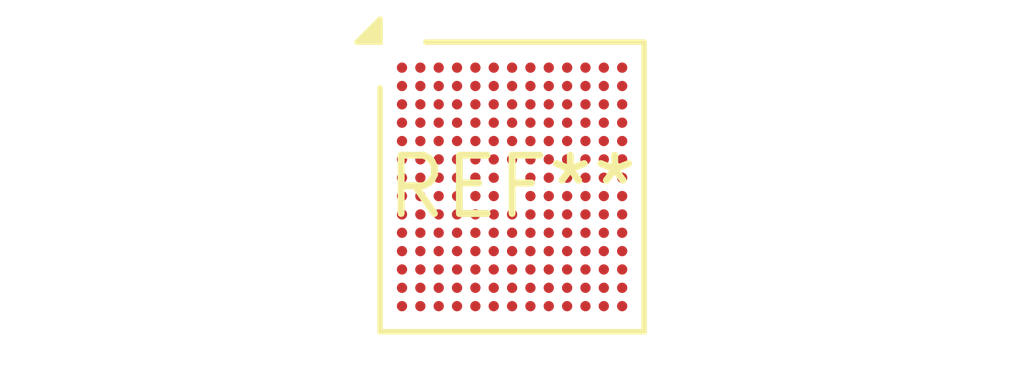
<source format=kicad_pcb>
(kicad_pcb (version 20240108) (generator pcbnew)
  (layers (0 "F.Cu" signal) (31 "B.Cu" signal) (34 "B.Paste" user) (35 "F.Paste" user) (36 "B.SilkS" user "B.Silkscreen") (37 "F.SilkS" user "F.Silkscreen") (38 "B.Mask" user) (39 "F.Mask" user) (44 "Edge.Cuts" user))
  (net 0 "")
  (footprint "ST_WLCSP-180_Die451" (layer "F.Cu") (at 0 0)
    (property "Reference" "REF**")
    (property "Value" "ST_WLCSP-180_Die451")
    (fp_line (start -2.8785 3.1575) (end -2.8785 -2.1575) (layer "F.SilkS") (stroke (width 0.12)))
    (fp_line (start -1.8785 -3.1575) (end 2.8785 -3.1575) (layer "F.SilkS") (stroke (width 0.12)))
    (fp_line (start 2.8785 -3.1575) (end 2.8785 3.1575) (layer "F.SilkS") (stroke (width 0.12)))
    (fp_line (start 2.8785 3.1575) (end -2.8785 3.1575) (layer "F.SilkS") (stroke (width 0.12)))
    (fp_poly (pts (xy -2.8785 -3.1575) (xy -3.3785 -3.1575) (xy -2.8785 -3.6575) (xy -2.8785 -3.1575)) (layer "F.SilkS") (stroke (width 0.12)) (fill solid))
    (pad "A1" smd circle (at -2.4 -2.6) (size 0.225 0.225) (property pad_prop_bga) (layers "F.Cu" "F.Paste" "F.Mask"))
    (pad "A2" smd circle (at -2 -2.6) (size 0.225 0.225) (property pad_prop_bga) (layers "F.Cu" "F.Paste" "F.Mask"))
    (pad "A3" smd circle (at -1.6 -2.6) (size 0.225 0.225) (property pad_prop_bga) (layers "F.Cu" "F.Paste" "F.Mask"))
    (pad "A4" smd circle (at -1.2 -2.6) (size 0.225 0.225) (property pad_prop_bga) (layers "F.Cu" "F.Paste" "F.Mask"))
    (pad "A5" smd circle (at -0.8 -2.6) (size 0.225 0.225) (property pad_prop_bga) (layers "F.Cu" "F.Paste" "F.Mask"))
    (pad "A6" smd circle (at -0.4 -2.6) (size 0.225 0.225) (property pad_prop_bga) (layers "F.Cu" "F.Paste" "F.Mask"))
    (pad "A7" smd circle (at 0 -2.6) (size 0.225 0.225) (property pad_prop_bga) (layers "F.Cu" "F.Paste" "F.Mask"))
    (pad "A8" smd circle (at 0.4 -2.6) (size 0.225 0.225) (property pad_prop_bga) (layers "F.Cu" "F.Paste" "F.Mask"))
    (pad "A9" smd circle (at 0.8 -2.6) (size 0.225 0.225) (property pad_prop_bga) (layers "F.Cu" "F.Paste" "F.Mask"))
    (pad "A10" smd circle (at 1.2 -2.6) (size 0.225 0.225) (property pad_prop_bga) (layers "F.Cu" "F.Paste" "F.Mask"))
    (pad "A11" smd circle (at 1.6 -2.6) (size 0.225 0.225) (property pad_prop_bga) (layers "F.Cu" "F.Paste" "F.Mask"))
    (pad "A12" smd circle (at 2 -2.6) (size 0.225 0.225) (property pad_prop_bga) (layers "F.Cu" "F.Paste" "F.Mask"))
    (pad "A13" smd circle (at 2.4 -2.6) (size 0.225 0.225) (property pad_prop_bga) (layers "F.Cu" "F.Paste" "F.Mask"))
    (pad "B1" smd circle (at -2.4 -2.2) (size 0.225 0.225) (property pad_prop_bga) (layers "F.Cu" "F.Paste" "F.Mask"))
    (pad "B2" smd circle (at -2 -2.2) (size 0.225 0.225) (property pad_prop_bga) (layers "F.Cu" "F.Paste" "F.Mask"))
    (pad "B3" smd circle (at -1.6 -2.2) (size 0.225 0.225) (property pad_prop_bga) (layers "F.Cu" "F.Paste" "F.Mask"))
    (pad "B4" smd circle (at -1.2 -2.2) (size 0.225 0.225) (property pad_prop_bga) (layers "F.Cu" "F.Paste" "F.Mask"))
    (pad "B5" smd circle (at -0.8 -2.2) (size 0.225 0.225) (property pad_prop_bga) (layers "F.Cu" "F.Paste" "F.Mask"))
    (pad "B6" smd circle (at -0.4 -2.2) (size 0.225 0.225) (property pad_prop_bga) (layers "F.Cu" "F.Paste" "F.Mask"))
    (pad "B7" smd circle (at 0 -2.2) (size 0.225 0.225) (property pad_prop_bga) (layers "F.Cu" "F.Paste" "F.Mask"))
    (pad "B8" smd circle (at 0.4 -2.2) (size 0.225 0.225) (property pad_prop_bga) (layers "F.Cu" "F.Paste" "F.Mask"))
    (pad "B9" smd circle (at 0.8 -2.2) (size 0.225 0.225) (property pad_prop_bga) (layers "F.Cu" "F.Paste" "F.Mask"))
    (pad "B10" smd circle (at 1.2 -2.2) (size 0.225 0.225) (property pad_prop_bga) (layers "F.Cu" "F.Paste" "F.Mask"))
    (pad "B11" smd circle (at 1.6 -2.2) (size 0.225 0.225) (property pad_prop_bga) (layers "F.Cu" "F.Paste" "F.Mask"))
    (pad "B12" smd circle (at 2 -2.2) (size 0.225 0.225) (property pad_prop_bga) (layers "F.Cu" "F.Paste" "F.Mask"))
    (pad "B13" smd circle (at 2.4 -2.2) (size 0.225 0.225) (property pad_prop_bga) (layers "F.Cu" "F.Paste" "F.Mask"))
    (pad "C1" smd circle (at -2.4 -1.8) (size 0.225 0.225) (property pad_prop_bga) (layers "F.Cu" "F.Paste" "F.Mask"))
    (pad "C2" smd circle (at -2 -1.8) (size 0.225 0.225) (property pad_prop_bga) (layers "F.Cu" "F.Paste" "F.Mask"))
    (pad "C3" smd circle (at -1.6 -1.8) (size 0.225 0.225) (property pad_prop_bga) (layers "F.Cu" "F.Paste" "F.Mask"))
    (pad "C4" smd circle (at -1.2 -1.8) (size 0.225 0.225) (property pad_prop_bga) (layers "F.Cu" "F.Paste" "F.Mask"))
    (pad "C5" smd circle (at -0.8 -1.8) (size 0.225 0.225) (property pad_prop_bga) (layers "F.Cu" "F.Paste" "F.Mask"))
    (pad "C6" smd circle (at -0.4 -1.8) (size 0.225 0.225) (property pad_prop_bga) (layers "F.Cu" "F.Paste" "F.Mask"))
    (pad "C7" smd circle (at 0 -1.8) (size 0.225 0.225) (property pad_prop_bga) (layers "F.Cu" "F.Paste" "F.Mask"))
    (pad "C8" smd circle (at 0.4 -1.8) (size 0.225 0.225) (property pad_prop_bga) (layers "F.Cu" "F.Paste" "F.Mask"))
    (pad "C9" smd circle (at 0.8 -1.8) (size 0.225 0.225) (property pad_prop_bga) (layers "F.Cu" "F.Paste" "F.Mask"))
    (pad "C10" smd circle (at 1.2 -1.8) (size 0.225 0.225) (property pad_prop_bga) (layers "F.Cu" "F.Paste" "F.Mask"))
    (pad "C11" smd circle (at 1.6 -1.8) (size 0.225 0.225) (property pad_prop_bga) (layers "F.Cu" "F.Paste" "F.Mask"))
    (pad "C12" smd circle (at 2 -1.8) (size 0.225 0.225) (property pad_prop_bga) (layers "F.Cu" "F.Paste" "F.Mask"))
    (pad "C13" smd circle (at 2.4 -1.8) (size 0.225 0.225) (property pad_prop_bga) (layers "F.Cu" "F.Paste" "F.Mask"))
    (pad "D1" smd circle (at -2.4 -1.4) (size 0.225 0.225) (property pad_prop_bga) (layers "F.Cu" "F.Paste" "F.Mask"))
    (pad "D2" smd circle (at -2 -1.4) (size 0.225 0.225) (property pad_prop_bga) (layers "F.Cu" "F.Paste" "F.Mask"))
    (pad "D3" smd circle (at -1.6 -1.4) (size 0.225 0.225) (property pad_prop_bga) (layers "F.Cu" "F.Paste" "F.Mask"))
    (pad "D4" smd circle (at -1.2 -1.4) (size 0.225 0.225) (property pad_prop_bga) (layers "F.Cu" "F.Paste" "F.Mask"))
    (pad "D5" smd circle (at -0.8 -1.4) (size 0.225 0.225) (property pad_prop_bga) (layers "F.Cu" "F.Paste" "F.Mask"))
    (pad "D6" smd circle (at -0.4 -1.4) (size 0.225 0.225) (property pad_prop_bga) (layers "F.Cu" "F.Paste" "F.Mask"))
    (pad "D7" smd circle (at 0 -1.4) (size 0.225 0.225) (property pad_prop_bga) (layers "F.Cu" "F.Paste" "F.Mask"))
    (pad "D8" smd circle (at 0.4 -1.4) (size 0.225 0.225) (property pad_prop_bga) (layers "F.Cu" "F.Paste" "F.Mask"))
    (pad "D9" smd circle (at 0.8 -1.4) (size 0.225 0.225) (property pad_prop_bga) (layers "F.Cu" "F.Paste" "F.Mask"))
    (pad "D10" smd circle (at 1.2 -1.4) (size 0.225 0.225) (property pad_prop_bga) (layers "F.Cu" "F.Paste" "F.Mask"))
    (pad "D11" smd circle (at 1.6 -1.4) (size 0.225 0.225) (property pad_prop_bga) (layers "F.Cu" "F.Paste" "F.Mask"))
    (pad "D12" smd circle (at 2 -1.4) (size 0.225 0.225) (property pad_prop_bga) (layers "F.Cu" "F.Paste" "F.Mask"))
    (pad "D13" smd circle (at 2.4 -1.4) (size 0.225 0.225) (property pad_prop_bga) (layers "F.Cu" "F.Paste" "F.Mask"))
    (pad "E1" smd circle (at -2.4 -1) (size 0.225 0.225) (property pad_prop_bga) (layers "F.Cu" "F.Paste" "F.Mask"))
    (pad "E2" smd circle (at -2 -1) (size 0.225 0.225) (property pad_prop_bga) (layers "F.Cu" "F.Paste" "F.Mask"))
    (pad "E3" smd circle (at -1.6 -1) (size 0.225 0.225) (property pad_prop_bga) (layers "F.Cu" "F.Paste" "F.Mask"))
    (pad "E4" smd circle (at -1.2 -1) (size 0.225 0.225) (property pad_prop_bga) (layers "F.Cu" "F.Paste" "F.Mask"))
    (pad "E5" smd circle (at -0.8 -1) (size 0.225 0.225) (property pad_prop_bga) (layers "F.Cu" "F.Paste" "F.Mask"))
    (pad "E6" smd circle (at -0.4 -1) (size 0.225 0.225) (property pad_prop_bga) (layers "F.Cu" "F.Paste" "F.Mask"))
    (pad "E7" smd circle (at 0 -1) (size 0.225 0.225) (property pad_prop_bga) (layers "F.Cu" "F.Paste" "F.Mask"))
    (pad "E8" smd circle (at 0.4 -1) (size 0.225 0.225) (property pad_prop_bga) (layers "F.Cu" "F.Paste" "F.Mask"))
    (pad "E9" smd circle (at 0.8 -1) (size 0.225 0.225) (property pad_prop_bga) (layers "F.Cu" "F.Paste" "F.Mask"))
    (pad "E10" smd circle (at 1.2 -1) (size 0.225 0.225) (property pad_prop_bga) (layers "F.Cu" "F.Paste" "F.Mask"))
    (pad "E11" smd circle (at 1.6 -1) (size 0.225 0.225) (property pad_prop_bga) (layers "F.Cu" "F.Paste" "F.Mask"))
    (pad "E12" smd circle (at 2 -1) (size 0.225 0.225) (property pad_prop_bga) (layers "F.Cu" "F.Paste" "F.Mask"))
    (pad "E13" smd circle (at 2.4 -1) (size 0.225 0.225) (property pad_prop_bga) (layers "F.Cu" "F.Paste" "F.Mask"))
    (pad "F1" smd circle (at -2.4 -0.6) (size 0.225 0.225) (property pad_prop_bga) (layers "F.Cu" "F.Paste" "F.Mask"))
    (pad "F2" smd circle (at -2 -0.6) (size 0.225 0.225) (property pad_prop_bga) (layers "F.Cu" "F.Paste" "F.Mask"))
    (pad "F3" smd circle (at -1.6 -0.6) (size 0.225 0.225) (property pad_prop_bga) (layers "F.Cu" "F.Paste" "F.Mask"))
    (pad "F4" smd circle (at -1.2 -0.6) (size 0.225 0.225) (property pad_prop_bga) (layers "F.Cu" "F.Paste" "F.Mask"))
    (pad "F5" smd circle (at -0.8 -0.6) (size 0.225 0.225) (property pad_prop_bga) (layers "F.Cu" "F.Paste" "F.Mask"))
    (pad "F6" smd circle (at -0.4 -0.6) (size 0.225 0.225) (property pad_prop_bga) (layers "F.Cu" "F.Paste" "F.Mask"))
    (pad "F7" smd circle (at 0 -0.6) (size 0.225 0.225) (property pad_prop_bga) (layers "F.Cu" "F.Paste" "F.Mask"))
    (pad "F8" smd circle (at 0.4 -0.6) (size 0.225 0.225) (property pad_prop_bga) (layers "F.Cu" "F.Paste" "F.Mask"))
    (pad "F9" smd circle (at 0.8 -0.6) (size 0.225 0.225) (property pad_prop_bga) (layers "F.Cu" "F.Paste" "F.Mask"))
    (pad "F10" smd circle (at 1.2 -0.6) (size 0.225 0.225) (property pad_prop_bga) (layers "F.Cu" "F.Paste" "F.Mask"))
    (pad "F11" smd circle (at 1.6 -0.6) (size 0.225 0.225) (property pad_prop_bga) (layers "F.Cu" "F.Paste" "F.Mask"))
    (pad "F12" smd circle (at 2 -0.6) (size 0.225 0.225) (property pad_prop_bga) (layers "F.Cu" "F.Paste" "F.Mask"))
    (pad "F13" smd circle (at 2.4 -0.6) (size 0.225 0.225) (property pad_prop_bga) (layers "F.Cu" "F.Paste" "F.Mask"))
    (pad "G1" smd circle (at -2.4 -0.2) (size 0.225 0.225) (property pad_prop_bga) (layers "F.Cu" "F.Paste" "F.Mask"))
    (pad "G2" smd circle (at -2 -0.2) (size 0.225 0.225) (property pad_prop_bga) (layers "F.Cu" "F.Paste" "F.Mask"))
    (pad "G3" smd circle (at -1.6 -0.2) (size 0.225 0.225) (property pad_prop_bga) (layers "F.Cu" "F.Paste" "F.Mask"))
    (pad "G4" smd circle (at -1.2 -0.2) (size 0.225 0.225) (property pad_prop_bga) (layers "F.Cu" "F.Paste" "F.Mask"))
    (pad "G5" smd circle (at -0.8 -0.2) (size 0.225 0.225) (property pad_prop_bga) (layers "F.Cu" "F.Paste" "F.Mask"))
    (pad "G6" smd circle (at -0.4 -0.2) (size 0.225 0.225) (property pad_prop_bga) (layers "F.Cu" "F.Paste" "F.Mask"))
    (pad "G8" smd circle (at 0.4 -0.2) (size 0.225 0.225) (property pad_prop_bga) (layers "F.Cu" "F.Paste" "F.Mask"))
    (pad "G9" smd circle (at 0.8 -0.2) (size 0.225 0.225) (property pad_prop_bga) (layers "F.Cu" "F.Paste" "F.Mask"))
    (pad "G10" smd circle (at 1.2 -0.2) (size 0.225 0.225) (property pad_prop_bga) (layers "F.Cu" "F.Paste" "F.Mask"))
    (pad "G11" smd circle (at 1.6 -0.2) (size 0.225 0.225) (property pad_prop_bga) (layers "F.Cu" "F.Paste" "F.Mask"))
    (pad "G12" smd circle (at 2 -0.2) (size 0.225 0.225) (property pad_prop_bga) (layers "F.Cu" "F.Paste" "F.Mask"))
    (pad "G13" smd circle (at 2.4 -0.2) (size 0.225 0.225) (property pad_prop_bga) (layers "F.Cu" "F.Paste" "F.Mask"))
    (pad "H1" smd circle (at -2.4 0.2) (size 0.225 0.225) (property pad_prop_bga) (layers "F.Cu" "F.Paste" "F.Mask"))
    (pad "H2" smd circle (at -2 0.2) (size 0.225 0.225) (property pad_prop_bga) (layers "F.Cu" "F.Paste" "F.Mask"))
    (pad "H3" smd circle (at -1.6 0.2) (size 0.225 0.225) (property pad_prop_bga) (layers "F.Cu" "F.Paste" "F.Mask"))
    (pad "H4" smd circle (at -1.2 0.2) (size 0.225 0.225) (property pad_prop_bga) (layers "F.Cu" "F.Paste" "F.Mask"))
    (pad "H5" smd circle (at -0.8 0.2) (size 0.225 0.225) (property pad_prop_bga) (layers "F.Cu" "F.Paste" "F.Mask"))
    (pad "H6" smd circle (at -0.4 0.2) (size 0.225 0.225) (property pad_prop_bga) (layers "F.Cu" "F.Paste" "F.Mask"))
    (pad "H8" smd circle (at 0.4 0.2) (size 0.225 0.225) (property pad_prop_bga) (layers "F.Cu" "F.Paste" "F.Mask"))
    (pad "H9" smd circle (at 0.8 0.2) (size 0.225 0.225) (property pad_prop_bga) (layers "F.Cu" "F.Paste" "F.Mask"))
    (pad "H10" smd circle (at 1.2 0.2) (size 0.225 0.225) (property pad_prop_bga) (layers "F.Cu" "F.Paste" "F.Mask"))
    (pad "H11" smd circle (at 1.6 0.2) (size 0.225 0.225) (property pad_prop_bga) (layers "F.Cu" "F.Paste" "F.Mask"))
    (pad "H12" smd circle (at 2 0.2) (size 0.225 0.225) (property pad_prop_bga) (layers "F.Cu" "F.Paste" "F.Mask"))
    (pad "H13" smd circle (at 2.4 0.2) (size 0.225 0.225) (property pad_prop_bga) (layers "F.Cu" "F.Paste" "F.Mask"))
    (pad "J1" smd circle (at -2.4 0.6) (size 0.225 0.225) (property pad_prop_bga) (layers "F.Cu" "F.Paste" "F.Mask"))
    (pad "J2" smd circle (at -2 0.6) (size 0.225 0.225) (property pad_prop_bga) (layers "F.Cu" "F.Paste" "F.Mask"))
    (pad "J3" smd circle (at -1.6 0.6) (size 0.225 0.225) (property pad_prop_bga) (layers "F.Cu" "F.Paste" "F.Mask"))
    (pad "J4" smd circle (at -1.2 0.6) (size 0.225 0.225) (property pad_prop_bga) (layers "F.Cu" "F.Paste" "F.Mask"))
    (pad "J5" smd circle (at -0.8 0.6) (size 0.225 0.225) (property pad_prop_bga) (layers "F.Cu" "F.Paste" "F.Mask"))
    (pad "J6" smd circle (at -0.4 0.6) (size 0.225 0.225) (property pad_prop_bga) (layers "F.Cu" "F.Paste" "F.Mask"))
    (pad "J7" smd circle (at 0 0.6) (size 0.225 0.225) (property pad_prop_bga) (layers "F.Cu" "F.Paste" "F.Mask"))
    (pad "J8" smd circle (at 0.4 0.6) (size 0.225 0.225) (property pad_prop_bga) (layers "F.Cu" "F.Paste" "F.Mask"))
    (pad "J9" smd circle (at 0.8 0.6) (size 0.225 0.225) (property pad_prop_bga) (layers "F.Cu" "F.Paste" "F.Mask"))
    (pad "J10" smd circle (at 1.2 0.6) (size 0.225 0.225) (property pad_prop_bga) (layers "F.Cu" "F.Paste" "F.Mask"))
    (pad "J11" smd circle (at 1.6 0.6) (size 0.225 0.225) (property pad_prop_bga) (layers "F.Cu" "F.Paste" "F.Mask"))
    (pad "J12" smd circle (at 2 0.6) (size 0.225 0.225) (property pad_prop_bga) (layers "F.Cu" "F.Paste" "F.Mask"))
    (pad "J13" smd circle (at 2.4 0.6) (size 0.225 0.225) (property pad_prop_bga) (layers "F.Cu" "F.Paste" "F.Mask"))
    (pad "K1" smd circle (at -2.4 1) (size 0.225 0.225) (property pad_prop_bga) (layers "F.Cu" "F.Paste" "F.Mask"))
    (pad "K2" smd circle (at -2 1) (size 0.225 0.225) (property pad_prop_bga) (layers "F.Cu" "F.Paste" "F.Mask"))
    (pad "K3" smd circle (at -1.6 1) (size 0.225 0.225) (property pad_prop_bga) (layers "F.Cu" "F.Paste" "F.Mask"))
    (pad "K4" smd circle (at -1.2 1) (size 0.225 0.225) (property pad_prop_bga) (layers "F.Cu" "F.Paste" "F.Mask"))
    (pad "K5" smd circle (at -0.8 1) (size 0.225 0.225) (property pad_prop_bga) (layers "F.Cu" "F.Paste" "F.Mask"))
    (pad "K6" smd circle (at -0.4 1) (size 0.225 0.225) (property pad_prop_bga) (layers "F.Cu" "F.Paste" "F.Mask"))
    (pad "K7" smd circle (at 0 1) (size 0.225 0.225) (property pad_prop_bga) (layers "F.Cu" "F.Paste" "F.Mask"))
    (pad "K8" smd circle (at 0.4 1) (size 0.225 0.225) (property pad_prop_bga) (layers "F.Cu" "F.Paste" "F.Mask"))
    (pad "K9" smd circle (at 0.8 1) (size 0.225 0.225) (property pad_prop_bga) (layers "F.Cu" "F.Paste" "F.Mask"))
    (pad "K10" smd circle (at 1.2 1) (size 0.225 0.225) (property pad_prop_bga) (layers "F.Cu" "F.Paste" "F.Mask"))
    (pad "K11" smd circle (at 1.6 1) (size 0.225 0.225) (property pad_prop_bga) (layers "F.Cu" "F.Paste" "F.Mask"))
    (pad "K12" smd circle (at 2 1) (size 0.225 0.225) (property pad_prop_bga) (layers "F.Cu" "F.Paste" "F.Mask"))
    (pad "K13" smd circle (at 2.4 1) (size 0.225 0.225) (property pad_prop_bga) (layers "F.Cu" "F.Paste" "F.Mask"))
    (pad "L1" smd circle (at -2.4 1.4) (size 0.225 0.225) (property pad_prop_bga) (layers "F.Cu" "F.Paste" "F.Mask"))
    (pad "L2" smd circle (at -2 1.4) (size 0.225 0.225) (property pad_prop_bga) (layers "F.Cu" "F.Paste" "F.Mask"))
    (pad "L3" smd circle (at -1.6 1.4) (size 0.225 0.225) (property pad_prop_bga) (layers "F.Cu" "F.Paste" "F.Mask"))
    (pad "L4" smd circle (at -1.2 1.4) (size 0.225 0.225) (property pad_prop_bga) (layers "F.Cu" "F.Paste" "F.Mask"))
    (pad "L5" smd circle (at -0.8 1.4) (size 0.225 0.225) (property pad_prop_bga) (layers "F.Cu" "F.Paste" "F.Mask"))
    (pad "L6" smd circle (at -0.4 1.4) (size 0.225 0.225) (property pad_prop_bga) (layers "F.Cu" "F.Paste" "F.Mask"))
    (pad "L7" smd circle (at 0 1.4) (size 0.225 0.225) (property pad_prop_bga) (layers "F.Cu" "F.Paste" "F.Mask"))
    (pad "L8" smd circle (at 0.4 1.4) (size 0.225 0.225) (property pad_prop_bga) (layers "F.Cu" "F.Paste" "F.Mask"))
    (pad "L9" smd circle (at 0.8 1.4) (size 0.225 0.225) (property pad_prop_bga) (layers "F.Cu" "F.Paste" "F.Mask"))
    (pad "L10" smd circle (at 1.2 1.4) (size 0.225 0.225) (property pad_prop_bga) (layers "F.Cu" "F.Paste" "F.Mask"))
    (pad "L11" smd circle (at 1.6 1.4) (size 0.225 0.225) (property pad_prop_bga) (layers "F.Cu" "F.Paste" "F.Mask"))
    (pad "L12" smd circle (at 2 1.4) (size 0.225 0.225) (property pad_prop_bga) (layers "F.Cu" "F.Paste" "F.Mask"))
    (pad "L13" smd circle (at 2.4 1.4) (size 0.225 0.225) (property pad_prop_bga) (layers "F.Cu" "F.Paste" "F.Mask"))
    (pad "M1" smd circle (at -2.4 1.8) (size 0.225 0.225) (property pad_prop_bga) (layers "F.Cu" "F.Paste" "F.Mask"))
    (pad "M2" smd circle (at -2 1.8) (size 0.225 0.225) (property pad_prop_bga) (layers "F.Cu" "F.Paste" "F.Mask"))
    (pad "M3" smd circle (at -1.6 1.8) (size 0.225 0.225) (property pad_prop_bga) (layers "F.Cu" "F.Paste" "F.Mask"))
    (pad "M4" smd circle (at -1.2 1.8) (size 0.225 0.225) (property pad_prop_bga) (layers "F.Cu" "F.Paste" "F.Mask"))
    (pad "M5" smd circle (at -0.8 1.8) (size 0.225 0.225) (property pad_prop_bga) (layers "F.Cu" "F.Paste" "F.Mask"))
    (pad "M6" smd circle (at -0.4 1.8) (size 0.225 0.225) (property pad_prop_bga) (layers "F.Cu" "F.Paste" "F.Mask"))
    (pad "M7" smd circle (at 0 1.8) (size 0.225 0.225) (property pad_prop_bga) (layers "F.Cu" "F.Paste" "F.Mask"))
    (pad "M8" smd circle (at 0.4 1.8) (size 0.225 0.225) (property pad_prop_bga) (layers "F.Cu" "F.Paste" "F.Mask"))
    (pad "M9" smd circle (at 0.8 1.8) (size 0.225 0.225) (property pad_prop_bga) (layers "F.Cu" "F.Paste" "F.Mask"))
    (pad "M10" smd circle (at 1.2 1.8) (size 0.225 0.225) (property pad_prop_bga) (layers "F.Cu" "F.Paste" "F.Mask"))
    (pad "M11" smd circle (at 1.6 1.8) (size 0.225 0.225) (property pad_prop_bga) (layers "F.Cu" "F.Paste" "F.Mask"))
    (pad "M12" smd circle (at 2 1.8) (size 0.225 0.225) (property pad_prop_bga) (layers "F.Cu" "F.Paste" "F.Mask"))
    (pad "M13" smd circle (at 2.4 1.8) (size 0.225 0.225) (property pad_prop_bga) (layers "F.Cu" "F.Paste" "F.Mask"))
    (pad "N1" smd circle (at -2.4 2.2) (size 0.225 0.225) (property pad_prop_bga) (layers "F.Cu" "F.Paste" "F.Mask"))
    (pad "N2" smd circle (at -2 2.2) (size 0.225 0.225) (property pad_prop_bga) (layers "F.Cu" "F.Paste" "F.Mask"))
    (pad "N3" smd circle (at -1.6 2.2) (size 0.225 0.225) (property pad_prop_bga) (layers "F.Cu" "F.Paste" "F.Mask"))
    (pad "N4" smd circle (at -1.2 2.2) (size 0.225 0.225) (property pad_prop_bga) (layers "F.Cu" "F.Paste" "F.Mask"))
    (pad "N5" smd circle (at -0.8 2.2) (size 0.225 0.225) (property pad_prop_bga) (layers "F.Cu" "F.Paste" "F.Mask"))
    (pad "N6" smd circle (at -0.4 2.2) (size 0.225 0.225) (property pad_prop_bga) (layers "F.Cu" "F.Paste" "F.Mask"))
    (pad "N7" smd circle (at 0 2.2) (size 0.225 0.225) (property pad_prop_bga) (layers "F.Cu" "F.Paste" "F.Mask"))
    (pad "N8" smd circle (at 0.4 2.2) (size 0.225 0.225) (property pad_prop_bga) (layers "F.Cu" "F.Paste" "F.Mask"))
    (pad "N9" smd circle (at 0.8 2.2) (size 0.225 0.225) (property pad_prop_bga) (layers "F.Cu" "F.Paste" "F.Mask"))
    (pad "N10" smd circle (at 1.2 2.2) (size 0.225 0.225) (property pad_prop_bga) (layers "F.Cu" "F.Paste" "F.Mask"))
    (pad "N11" smd circle (at 1.6 2.2) (size 0.225 0.225) (property pad_prop_bga) (layers "F.Cu" "F.Paste" "F.Mask"))
    (pad "N12" smd circle (at 2 2.2) (size 0.225 0.225) (property pad_prop_bga) (layers "F.Cu" "F.Paste" "F.Mask"))
    (pad "N13" smd circle (at 2.4 2.2) (size 0.225 0.225) (property pad_prop_bga) (layers "F.Cu" "F.Paste" "F.Mask"))
    (pad "P1" smd circle (at -2.4 2.6) (size 0.225 0.225) (property pad_prop_bga) (layers "F.Cu" "F.Paste" "F.Mask"))
    (pad "P2" smd circle (at -2 2.6) (size 0.225 0.225) (property pad_prop_bga) (layers "F.Cu" "F.Paste" "F.Mask"))
    (pad "P3" smd circle (at -1.6 2.6) (size 0.225 0.225) (property pad_prop_bga) (layers "F.Cu" "F.Paste" "F.Mask"))
    (pad "P4" smd circle (at -1.2 2.6) (size 0.225 0.225) (property pad_prop_bga) (layers "F.Cu" "F.Paste" "F.Mask"))
    (pad "P5" smd circle (at -0.8 2.6) (size 0.225 0.225) (property pad_prop_bga) (layers "F.Cu" "F.Paste" "F.Mask"))
    (pad "P6" smd circle (at -0.4 2.6) (size 0.225 0.225) (property pad_prop_bga) (layers "F.Cu" "F.Paste" "F.Mask"))
    (pad "P7" smd circle (at 0 2.6) (size 0.225 0.225) (property pad_prop_bga) (layers "F.Cu" "F.Paste" "F.Mask"))
    (pad "P8" smd circle (at 0.4 2.6) (size 0.225 0.225) (property pad_prop_bga) (layers "F.Cu" "F.Paste" "F.Mask"))
    (pad "P9" smd circle (at 0.8 2.6) (size 0.225 0.225) (property pad_prop_bga) (layers "F.Cu" "F.Paste" "F.Mask"))
    (pad "P10" smd circle (at 1.2 2.6) (size 0.225 0.225) (property pad_prop_bga) (layers "F.Cu" "F.Paste" "F.Mask"))
    (pad "P11" smd circle (at 1.6 2.6) (size 0.225 0.225) (property pad_prop_bga) (layers "F.Cu" "F.Paste" "F.Mask"))
    (pad "P12" smd circle (at 2 2.6) (size 0.225 0.225) (property pad_prop_bga) (layers "F.Cu" "F.Paste" "F.Mask"))
    (pad "P13" smd circle (at 2.4 2.6) (size 0.225 0.225) (property pad_prop_bga) (layers "F.Cu" "F.Paste" "F.Mask"))
  )
)
</source>
